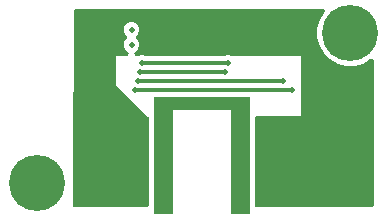
<source format=gbr>
G04 EAGLE Gerber RS-274X export*
G75*
%MOMM*%
%FSLAX34Y34*%
%LPD*%
%INBottom Copper*%
%IPPOS*%
%AMOC8*
5,1,8,0,0,1.08239X$1,22.5*%
G01*
%ADD10C,0.750000*%
%ADD11C,0.508000*%
%ADD12C,0.703200*%
%ADD13C,0.304800*%
%ADD14C,4.750000*%

G36*
X117512Y4829D02*
X117512Y4829D01*
X117530Y4827D01*
X117712Y4848D01*
X117895Y4867D01*
X117912Y4872D01*
X117929Y4874D01*
X118104Y4931D01*
X118280Y4985D01*
X118295Y4993D01*
X118312Y4999D01*
X118472Y5089D01*
X118634Y5177D01*
X118647Y5188D01*
X118663Y5197D01*
X118802Y5317D01*
X118943Y5434D01*
X118954Y5448D01*
X118968Y5460D01*
X119080Y5605D01*
X119195Y5748D01*
X119203Y5764D01*
X119214Y5778D01*
X119296Y5943D01*
X119381Y6105D01*
X119386Y6122D01*
X119394Y6138D01*
X119441Y6317D01*
X119492Y6492D01*
X119494Y6510D01*
X119498Y6527D01*
X119525Y6858D01*
X119525Y80006D01*
X119525Y80013D01*
X119525Y80019D01*
X119523Y80036D01*
X119525Y80059D01*
X119503Y80233D01*
X119485Y80407D01*
X119478Y80432D01*
X119474Y80459D01*
X119419Y80624D01*
X119367Y80792D01*
X119354Y80815D01*
X119346Y80840D01*
X119259Y80992D01*
X119175Y81146D01*
X119158Y81166D01*
X119145Y81189D01*
X118930Y81442D01*
X92031Y108341D01*
X92031Y132969D01*
X100315Y132969D01*
X100319Y132969D01*
X100324Y132969D01*
X100519Y132989D01*
X100715Y133009D01*
X100720Y133010D01*
X100724Y133010D01*
X100913Y133069D01*
X101100Y133127D01*
X101104Y133129D01*
X101109Y133130D01*
X101282Y133225D01*
X101454Y133319D01*
X101458Y133321D01*
X101462Y133324D01*
X101614Y133452D01*
X101764Y133576D01*
X101766Y133580D01*
X101770Y133583D01*
X101892Y133736D01*
X102016Y133890D01*
X102018Y133894D01*
X102021Y133898D01*
X102111Y134074D01*
X102201Y134247D01*
X102203Y134252D01*
X102205Y134256D01*
X102259Y134446D01*
X102313Y134634D01*
X102313Y134639D01*
X102314Y134643D01*
X102329Y134838D01*
X102346Y135036D01*
X102345Y135040D01*
X102345Y135045D01*
X102322Y135240D01*
X102299Y135435D01*
X102297Y135440D01*
X102297Y135444D01*
X102235Y135630D01*
X102174Y135818D01*
X102172Y135822D01*
X102170Y135826D01*
X102074Y135996D01*
X101976Y136169D01*
X101973Y136172D01*
X101971Y136176D01*
X101840Y136326D01*
X101713Y136474D01*
X101709Y136476D01*
X101706Y136480D01*
X101548Y136602D01*
X101395Y136720D01*
X101391Y136722D01*
X101387Y136725D01*
X101092Y136877D01*
X101034Y136901D01*
X99176Y138759D01*
X98170Y141186D01*
X98170Y143814D01*
X99176Y146241D01*
X100348Y147414D01*
X100360Y147428D01*
X100373Y147439D01*
X100487Y147583D01*
X100603Y147725D01*
X100612Y147741D01*
X100623Y147755D01*
X100706Y147919D01*
X100792Y148081D01*
X100797Y148098D01*
X100805Y148114D01*
X100854Y148291D01*
X100907Y148467D01*
X100908Y148485D01*
X100913Y148502D01*
X100926Y148685D01*
X100943Y148868D01*
X100941Y148886D01*
X100942Y148903D01*
X100919Y149085D01*
X100900Y149268D01*
X100894Y149285D01*
X100892Y149303D01*
X100834Y149477D01*
X100778Y149652D01*
X100769Y149668D01*
X100764Y149684D01*
X100672Y149843D01*
X100583Y150004D01*
X100572Y150018D01*
X100563Y150033D01*
X100348Y150286D01*
X99176Y151459D01*
X98170Y153886D01*
X98170Y156514D01*
X99176Y158941D01*
X101034Y160799D01*
X103461Y161805D01*
X106089Y161805D01*
X108516Y160799D01*
X110374Y158941D01*
X111380Y156514D01*
X111380Y153886D01*
X110374Y151459D01*
X109202Y150286D01*
X109191Y150273D01*
X109177Y150261D01*
X109063Y150116D01*
X108947Y149975D01*
X108938Y149959D01*
X108927Y149945D01*
X108844Y149781D01*
X108758Y149619D01*
X108753Y149602D01*
X108745Y149586D01*
X108696Y149409D01*
X108643Y149233D01*
X108642Y149215D01*
X108637Y149198D01*
X108624Y149015D01*
X108607Y148832D01*
X108609Y148814D01*
X108608Y148797D01*
X108631Y148615D01*
X108650Y148432D01*
X108656Y148415D01*
X108658Y148397D01*
X108716Y148224D01*
X108772Y148048D01*
X108781Y148032D01*
X108786Y148016D01*
X108878Y147857D01*
X108967Y147696D01*
X108978Y147682D01*
X108987Y147667D01*
X109202Y147414D01*
X110374Y146241D01*
X111380Y143814D01*
X111380Y141186D01*
X110374Y138759D01*
X108516Y136901D01*
X108458Y136877D01*
X108454Y136875D01*
X108450Y136873D01*
X108277Y136780D01*
X108103Y136687D01*
X108100Y136684D01*
X108096Y136681D01*
X107946Y136557D01*
X107793Y136430D01*
X107790Y136427D01*
X107786Y136424D01*
X107664Y136272D01*
X107539Y136117D01*
X107537Y136113D01*
X107534Y136110D01*
X107444Y135937D01*
X107352Y135761D01*
X107351Y135757D01*
X107349Y135753D01*
X107294Y135562D01*
X107239Y135375D01*
X107239Y135370D01*
X107237Y135366D01*
X107221Y135166D01*
X107204Y134973D01*
X107205Y134969D01*
X107204Y134964D01*
X107227Y134768D01*
X107249Y134573D01*
X107251Y134569D01*
X107251Y134565D01*
X107312Y134377D01*
X107373Y134190D01*
X107375Y134186D01*
X107376Y134182D01*
X107472Y134011D01*
X107569Y133839D01*
X107572Y133835D01*
X107574Y133831D01*
X107701Y133684D01*
X107831Y133533D01*
X107834Y133530D01*
X107837Y133527D01*
X107992Y133407D01*
X108148Y133284D01*
X108152Y133282D01*
X108155Y133280D01*
X108334Y133191D01*
X108507Y133104D01*
X108512Y133103D01*
X108516Y133100D01*
X108711Y133048D01*
X108896Y132997D01*
X108900Y132997D01*
X108905Y132996D01*
X109235Y132969D01*
X110372Y132969D01*
X110403Y132972D01*
X110434Y132970D01*
X110604Y132992D01*
X110772Y133009D01*
X110802Y133018D01*
X110833Y133022D01*
X111149Y133123D01*
X112311Y133605D01*
X114939Y133605D01*
X116101Y133123D01*
X116131Y133114D01*
X116159Y133100D01*
X116323Y133056D01*
X116486Y133007D01*
X116517Y133004D01*
X116547Y132996D01*
X116878Y132969D01*
X183197Y132969D01*
X183228Y132972D01*
X183259Y132970D01*
X183429Y132992D01*
X183597Y133009D01*
X183627Y133018D01*
X183658Y133022D01*
X183974Y133123D01*
X185136Y133605D01*
X187764Y133605D01*
X188926Y133123D01*
X188956Y133114D01*
X188984Y133100D01*
X189148Y133056D01*
X189311Y133007D01*
X189342Y133004D01*
X189372Y132996D01*
X189703Y132969D01*
X247969Y132969D01*
X247969Y82031D01*
X210956Y82031D01*
X210938Y82029D01*
X210920Y82031D01*
X210738Y82010D01*
X210555Y81991D01*
X210538Y81986D01*
X210521Y81984D01*
X210346Y81927D01*
X210170Y81873D01*
X210155Y81865D01*
X210138Y81859D01*
X209978Y81769D01*
X209816Y81681D01*
X209803Y81670D01*
X209787Y81661D01*
X209648Y81541D01*
X209507Y81424D01*
X209496Y81410D01*
X209482Y81398D01*
X209370Y81253D01*
X209255Y81110D01*
X209247Y81094D01*
X209236Y81080D01*
X209154Y80915D01*
X209069Y80753D01*
X209064Y80736D01*
X209056Y80719D01*
X209008Y80541D01*
X208958Y80366D01*
X208956Y80348D01*
X208952Y80331D01*
X208925Y80000D01*
X208925Y6858D01*
X208927Y6840D01*
X208925Y6822D01*
X208946Y6640D01*
X208965Y6457D01*
X208970Y6440D01*
X208972Y6423D01*
X209029Y6248D01*
X209083Y6072D01*
X209091Y6057D01*
X209097Y6040D01*
X209187Y5880D01*
X209275Y5718D01*
X209286Y5705D01*
X209295Y5689D01*
X209415Y5550D01*
X209532Y5409D01*
X209546Y5398D01*
X209558Y5384D01*
X209703Y5272D01*
X209846Y5157D01*
X209862Y5149D01*
X209876Y5138D01*
X210041Y5056D01*
X210203Y4971D01*
X210220Y4966D01*
X210236Y4958D01*
X210415Y4911D01*
X210590Y4860D01*
X210608Y4858D01*
X210625Y4854D01*
X210956Y4827D01*
X308000Y4827D01*
X308018Y4829D01*
X308036Y4827D01*
X308218Y4848D01*
X308401Y4867D01*
X308418Y4872D01*
X308435Y4874D01*
X308610Y4931D01*
X308786Y4985D01*
X308801Y4993D01*
X308818Y4999D01*
X308978Y5089D01*
X309140Y5177D01*
X309153Y5188D01*
X309169Y5197D01*
X309308Y5317D01*
X309449Y5434D01*
X309460Y5448D01*
X309474Y5460D01*
X309586Y5605D01*
X309701Y5748D01*
X309709Y5764D01*
X309720Y5778D01*
X309802Y5943D01*
X309887Y6105D01*
X309892Y6122D01*
X309900Y6138D01*
X309947Y6317D01*
X309998Y6492D01*
X310000Y6510D01*
X310004Y6527D01*
X310031Y6858D01*
X310031Y128429D01*
X310017Y128575D01*
X310010Y128721D01*
X309997Y128775D01*
X309991Y128830D01*
X309948Y128970D01*
X309913Y129111D01*
X309890Y129162D01*
X309873Y129215D01*
X309804Y129343D01*
X309741Y129475D01*
X309708Y129520D01*
X309681Y129569D01*
X309588Y129681D01*
X309501Y129798D01*
X309459Y129835D01*
X309424Y129878D01*
X309310Y129970D01*
X309201Y130067D01*
X309153Y130096D01*
X309110Y130130D01*
X308980Y130198D01*
X308854Y130272D01*
X308802Y130290D01*
X308753Y130316D01*
X308612Y130356D01*
X308474Y130404D01*
X308419Y130412D01*
X308366Y130427D01*
X308220Y130439D01*
X308075Y130459D01*
X308020Y130456D01*
X307964Y130460D01*
X307819Y130443D01*
X307673Y130434D01*
X307620Y130420D01*
X307565Y130413D01*
X307426Y130368D01*
X307284Y130330D01*
X307227Y130303D01*
X307182Y130288D01*
X307109Y130247D01*
X306984Y130188D01*
X300736Y126581D01*
X293662Y124685D01*
X286338Y124685D01*
X279264Y126581D01*
X272921Y130243D01*
X267743Y135421D01*
X264081Y141764D01*
X262185Y148838D01*
X262185Y156162D01*
X264081Y163236D01*
X267744Y169581D01*
X267861Y169726D01*
X267983Y169875D01*
X267987Y169883D01*
X267993Y169890D01*
X268081Y170061D01*
X268171Y170231D01*
X268174Y170239D01*
X268178Y170247D01*
X268231Y170433D01*
X268286Y170617D01*
X268287Y170626D01*
X268289Y170634D01*
X268305Y170826D01*
X268323Y171018D01*
X268322Y171027D01*
X268322Y171036D01*
X268300Y171225D01*
X268279Y171418D01*
X268276Y171427D01*
X268275Y171435D01*
X268216Y171617D01*
X268158Y171802D01*
X268153Y171810D01*
X268151Y171818D01*
X268056Y171987D01*
X267963Y172154D01*
X267957Y172161D01*
X267953Y172169D01*
X267827Y172315D01*
X267702Y172461D01*
X267695Y172467D01*
X267690Y172474D01*
X267538Y172591D01*
X267386Y172711D01*
X267378Y172715D01*
X267371Y172720D01*
X267199Y172806D01*
X267028Y172893D01*
X267019Y172896D01*
X267011Y172900D01*
X266824Y172950D01*
X266640Y173001D01*
X266631Y173002D01*
X266622Y173004D01*
X266291Y173031D01*
X58331Y173031D01*
X58313Y173029D01*
X58295Y173031D01*
X58113Y173010D01*
X57930Y172991D01*
X57913Y172986D01*
X57896Y172984D01*
X57721Y172927D01*
X57545Y172873D01*
X57530Y172865D01*
X57513Y172859D01*
X57353Y172769D01*
X57191Y172681D01*
X57178Y172670D01*
X57162Y172661D01*
X57023Y172541D01*
X56882Y172424D01*
X56871Y172410D01*
X56857Y172398D01*
X56745Y172253D01*
X56630Y172110D01*
X56622Y172094D01*
X56611Y172080D01*
X56529Y171915D01*
X56444Y171753D01*
X56439Y171736D01*
X56431Y171720D01*
X56384Y171541D01*
X56333Y171366D01*
X56331Y171348D01*
X56327Y171331D01*
X56300Y171000D01*
X56300Y103465D01*
X55584Y101738D01*
X55564Y101717D01*
X55547Y101697D01*
X55527Y101679D01*
X55419Y101541D01*
X55309Y101406D01*
X55296Y101382D01*
X55280Y101361D01*
X55202Y101204D01*
X55120Y101050D01*
X55112Y101025D01*
X55100Y101000D01*
X55055Y100831D01*
X55005Y100664D01*
X55003Y100638D01*
X54996Y100612D01*
X54969Y100281D01*
X54969Y6858D01*
X54971Y6840D01*
X54969Y6822D01*
X54990Y6640D01*
X55009Y6457D01*
X55014Y6440D01*
X55016Y6423D01*
X55073Y6248D01*
X55127Y6072D01*
X55135Y6057D01*
X55141Y6040D01*
X55231Y5880D01*
X55319Y5718D01*
X55330Y5705D01*
X55339Y5689D01*
X55459Y5550D01*
X55576Y5409D01*
X55590Y5398D01*
X55602Y5384D01*
X55747Y5272D01*
X55890Y5157D01*
X55906Y5149D01*
X55920Y5138D01*
X56085Y5056D01*
X56247Y4971D01*
X56264Y4966D01*
X56281Y4958D01*
X56459Y4911D01*
X56634Y4860D01*
X56652Y4858D01*
X56669Y4854D01*
X57000Y4827D01*
X117494Y4827D01*
X117512Y4829D01*
G37*
G36*
X139290Y-623D02*
X139290Y-623D01*
X139356Y-621D01*
X139399Y-603D01*
X139446Y-595D01*
X139503Y-561D01*
X139563Y-536D01*
X139598Y-505D01*
X139639Y-480D01*
X139681Y-429D01*
X139729Y-385D01*
X139751Y-343D01*
X139780Y-306D01*
X139801Y-244D01*
X139832Y-185D01*
X139840Y-131D01*
X139852Y-94D01*
X139851Y-54D01*
X139859Y0D01*
X139859Y86866D01*
X188591Y86866D01*
X188591Y0D01*
X188602Y-65D01*
X188604Y-131D01*
X188622Y-174D01*
X188630Y-221D01*
X188664Y-278D01*
X188689Y-338D01*
X188720Y-373D01*
X188745Y-414D01*
X188796Y-456D01*
X188840Y-504D01*
X188882Y-526D01*
X188919Y-555D01*
X188981Y-576D01*
X189040Y-607D01*
X189094Y-615D01*
X189131Y-627D01*
X189171Y-626D01*
X189225Y-634D01*
X204225Y-634D01*
X204290Y-623D01*
X204356Y-621D01*
X204399Y-603D01*
X204446Y-595D01*
X204503Y-561D01*
X204563Y-536D01*
X204598Y-505D01*
X204639Y-480D01*
X204681Y-429D01*
X204729Y-385D01*
X204751Y-343D01*
X204780Y-306D01*
X204801Y-244D01*
X204832Y-185D01*
X204840Y-131D01*
X204852Y-94D01*
X204851Y-54D01*
X204859Y0D01*
X204859Y97500D01*
X204848Y97565D01*
X204846Y97631D01*
X204828Y97674D01*
X204820Y97721D01*
X204786Y97778D01*
X204761Y97838D01*
X204730Y97873D01*
X204705Y97914D01*
X204654Y97956D01*
X204610Y98004D01*
X204568Y98026D01*
X204531Y98055D01*
X204469Y98076D01*
X204410Y98107D01*
X204356Y98115D01*
X204319Y98127D01*
X204279Y98126D01*
X204225Y98134D01*
X124225Y98134D01*
X124160Y98123D01*
X124094Y98121D01*
X124051Y98103D01*
X124004Y98095D01*
X123947Y98061D01*
X123887Y98036D01*
X123852Y98005D01*
X123811Y97980D01*
X123770Y97929D01*
X123721Y97885D01*
X123699Y97843D01*
X123670Y97806D01*
X123649Y97744D01*
X123618Y97685D01*
X123610Y97631D01*
X123598Y97594D01*
X123599Y97554D01*
X123591Y97500D01*
X123591Y0D01*
X123602Y-65D01*
X123604Y-131D01*
X123622Y-174D01*
X123630Y-221D01*
X123664Y-278D01*
X123689Y-338D01*
X123720Y-373D01*
X123745Y-414D01*
X123796Y-456D01*
X123840Y-504D01*
X123882Y-526D01*
X123919Y-555D01*
X123981Y-576D01*
X124040Y-607D01*
X124094Y-615D01*
X124131Y-627D01*
X124171Y-626D01*
X124225Y-634D01*
X139225Y-634D01*
X139290Y-623D01*
G37*
D10*
X131725Y27500D03*
X131725Y47500D03*
X131725Y67500D03*
X131725Y87500D03*
X196725Y27500D03*
X196725Y47500D03*
X196725Y67500D03*
X196725Y87500D03*
D11*
X104775Y155200D03*
X104775Y142500D03*
X183950Y147625D03*
D12*
X217500Y18400D03*
X297500Y92500D03*
X297500Y82500D03*
X297500Y72500D03*
X297500Y62500D03*
X297500Y52500D03*
X297500Y42500D03*
X297500Y32500D03*
X90000Y97500D03*
X110000Y45000D03*
X110000Y30000D03*
X110000Y15000D03*
X65000Y67500D03*
X65000Y82500D03*
X65000Y97500D03*
X65000Y52500D03*
X65000Y37500D03*
X65000Y22500D03*
D11*
X107475Y104575D03*
D13*
X240350Y104575D01*
D11*
X240350Y104575D03*
X109975Y111600D03*
D13*
X233125Y111600D01*
D11*
X233125Y111600D03*
D14*
X25000Y25000D03*
X290000Y152500D03*
D11*
X113625Y127000D03*
D13*
X186450Y127000D01*
D11*
X186450Y127000D03*
X111800Y119300D03*
D13*
X183950Y119300D01*
D11*
X183950Y119300D03*
M02*

</source>
